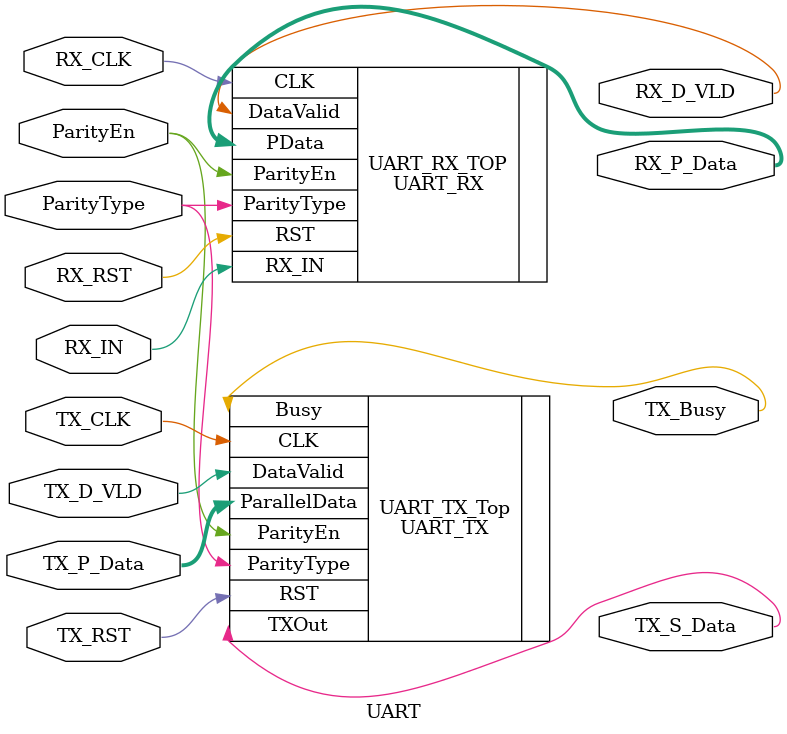
<source format=v>
module UART (
    input  wire         RX_IN,
    input  wire         RX_CLK,
    input  wire         TX_CLK,
    input  wire         RX_RST,
    input  wire         TX_RST,
    input  wire         ParityEn,
    input  wire         ParityType,
    input  wire         TX_D_VLD,
    input  wire [7:0]   TX_P_Data,
    output wire         TX_Busy,
    output wire [7:0]   RX_P_Data,
    output wire         RX_D_VLD,
    output wire         TX_S_Data
);

   UART_RX             UART_RX_TOP
   (.RX_IN             (RX_IN),
    .CLK               (RX_CLK),
    .RST               (RX_RST),
    .ParityEn          (ParityEn),
    .ParityType        (ParityType),
    .PData             (RX_P_Data),
    .DataValid         (RX_D_VLD)
   ); 

   UART_TX            UART_TX_Top
   (.CLK              (TX_CLK),
    .RST              (TX_RST),
    .ParallelData     (TX_P_Data),
    .ParityType       (ParityType),
    .ParityEn         (ParityEn),
    .DataValid        (TX_D_VLD),
    .Busy             (TX_Busy),
    .TXOut            (TX_S_Data)
   );
endmodule

</source>
